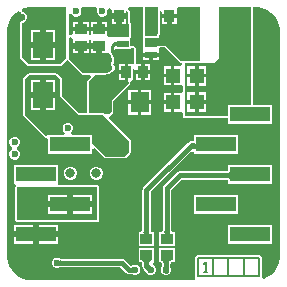
<source format=gtl>
G04*
G04 #@! TF.GenerationSoftware,Altium Limited,Altium Designer,25.8.1 (18)*
G04*
G04 Layer_Physical_Order=1*
G04 Layer_Color=255*
%FSLAX44Y44*%
%MOMM*%
G71*
G04*
G04 #@! TF.SameCoordinates,A3A1C001-1370-45B5-99AB-5CE8E6626C48*
G04*
G04*
G04 #@! TF.FilePolarity,Positive*
G04*
G01*
G75*
%ADD10C,0.2540*%
%ADD14R,3.4300X1.2700*%
%ADD15R,1.0000X0.5500*%
%ADD16R,1.5000X4.2000*%
%ADD17R,1.8000X2.2500*%
%ADD18R,1.6500X1.8000*%
%ADD19R,1.0000X0.9000*%
%ADD20R,0.9000X1.0000*%
%ADD21R,1.2000X1.3000*%
%ADD22C,0.4000*%
%ADD23C,0.1500*%
%ADD24C,0.6000*%
%ADD25C,0.8000*%
G36*
X168000Y190000D02*
X152000D01*
X139000Y203000D01*
X121000D01*
Y209750D01*
X133000D01*
Y211791D01*
X133148Y211852D01*
X133624Y213000D01*
Y221500D01*
X134000D01*
Y232993D01*
X134000D01*
X136000Y231556D01*
Y230000D01*
X142000D01*
X148000D01*
Y233666D01*
X148000Y234500D01*
X149517Y235666D01*
X168000D01*
Y190000D01*
D02*
G37*
G36*
X80819Y233666D02*
X80500Y232895D01*
Y231105D01*
X81185Y229451D01*
X82451Y228185D01*
X84105Y227500D01*
X85895D01*
X87549Y228185D01*
X88815Y229451D01*
X89500Y231105D01*
Y232895D01*
X89488Y232923D01*
X90647Y234813D01*
X91491Y234853D01*
X92999Y233274D01*
Y230499D01*
X98999D01*
X104999D01*
Y232993D01*
X104999D01*
X106999Y231556D01*
Y221499D01*
X107500D01*
Y210000D01*
X90587D01*
X89001Y210999D01*
X89001Y212000D01*
Y214999D01*
X76001D01*
Y212318D01*
X74752Y211595D01*
X73500Y212320D01*
Y215000D01*
X67000D01*
X60500D01*
Y213035D01*
X60476Y212976D01*
X60019Y212412D01*
X58630Y211524D01*
X58630D01*
X58212Y211764D01*
X57000Y212738D01*
Y229500D01*
X59000Y229898D01*
X59185Y229451D01*
X60451Y228185D01*
X62105Y227500D01*
X63895D01*
X65549Y228185D01*
X66815Y229451D01*
X67500Y231105D01*
Y232895D01*
X67181Y233666D01*
X68311Y235666D01*
X79689D01*
X80819Y233666D01*
D02*
G37*
G36*
X132000Y213000D02*
X121000D01*
Y235666D01*
X132000D01*
Y213000D01*
D02*
G37*
G36*
X97530Y201960D02*
X97505Y202201D01*
X97429Y202417D01*
X97302Y202608D01*
X97124Y202773D01*
X96896Y202913D01*
X96616Y203027D01*
X96286Y203116D01*
X95905Y203179D01*
X95473Y203217D01*
X94991Y203230D01*
Y205770D01*
X95473Y205783D01*
X95905Y205821D01*
X96286Y205884D01*
X96616Y205973D01*
X96896Y206087D01*
X97124Y206227D01*
X97302Y206392D01*
X97429Y206583D01*
X97505Y206799D01*
X97530Y207040D01*
Y201960D01*
D02*
G37*
G36*
X25403Y235666D02*
X25404D01*
X25404D01*
X54344D01*
Y192344D01*
X49000Y187000D01*
X23000D01*
X17500Y192500D01*
Y222500D01*
X17895D01*
X19549Y223185D01*
X20815Y224451D01*
X21500Y226105D01*
Y227895D01*
X20815Y229549D01*
X19549Y230815D01*
X17895Y231500D01*
X17500D01*
Y234129D01*
X19255Y234856D01*
X23325Y235666D01*
X25403Y235666D01*
D02*
G37*
G36*
X60500Y208739D02*
X60500Y208000D01*
Y205500D01*
X67000D01*
X73500D01*
Y207682D01*
X74749Y208405D01*
X76001Y207680D01*
Y205499D01*
X82501D01*
Y202999D01*
X85001D01*
Y196999D01*
X88734D01*
X89001Y196999D01*
X90847Y196628D01*
X90891Y196407D01*
X91503Y195491D01*
X92500Y194494D01*
Y182500D01*
X90500Y180500D01*
X90105D01*
X88898Y180000D01*
X69000D01*
X57000Y192000D01*
Y209507D01*
X58881Y209920D01*
X60500Y208739D01*
D02*
G37*
G36*
X112000Y187500D02*
X107000D01*
Y180500D01*
Y172914D01*
X107500Y171500D01*
X93000Y157000D01*
Y147000D01*
X91000Y145000D01*
X87296D01*
X87148Y145148D01*
X86000Y145624D01*
X74000D01*
X74000Y173000D01*
X79376Y178376D01*
X88898D01*
X89196Y178500D01*
X89519D01*
X90428Y178876D01*
X90500D01*
X91648Y179352D01*
X91796Y179500D01*
X91895D01*
X93549Y180185D01*
X94815Y181451D01*
X95500Y183104D01*
Y184895D01*
X94815Y186549D01*
X94124Y187240D01*
Y187679D01*
X94734Y188290D01*
X95420Y189944D01*
Y191734D01*
X94734Y193388D01*
X94124Y193999D01*
Y194494D01*
X94000Y194792D01*
Y198543D01*
X95500Y199750D01*
X109500D01*
Y201000D01*
X112000D01*
Y187500D01*
D02*
G37*
G36*
X211000Y152480D02*
X191660D01*
Y143000D01*
X155000D01*
Y188000D01*
X180000D01*
X184000Y192000D01*
Y235666D01*
X211000D01*
Y152480D01*
D02*
G37*
G36*
X220745Y234856D02*
X224578Y233268D01*
X228029Y230963D01*
X230963Y228029D01*
X233268Y224578D01*
X234856Y220745D01*
X235666Y216675D01*
Y214600D01*
Y25400D01*
Y23325D01*
X234856Y19255D01*
X233268Y15422D01*
X230963Y11971D01*
X228029Y9037D01*
X224578Y6732D01*
X221796Y5579D01*
X221185Y5959D01*
X220212Y7088D01*
X220294Y7500D01*
Y23500D01*
X220119Y24378D01*
X219622Y25122D01*
X218878Y25619D01*
X218000Y25794D01*
X166000D01*
X165122Y25619D01*
X164378Y25122D01*
X163881Y24378D01*
X163706Y23500D01*
Y7500D01*
X163881Y6622D01*
X164054Y6363D01*
X163448Y4714D01*
X163168Y4363D01*
X23264Y4442D01*
X21528Y4601D01*
X17770Y5668D01*
X14272Y7407D01*
X11154Y9759D01*
X8521Y12645D01*
X6464Y15965D01*
X5052Y19607D01*
X4334Y23447D01*
Y25400D01*
Y214600D01*
Y216675D01*
X5144Y220745D01*
X6732Y224578D01*
X9037Y228029D01*
X11971Y230963D01*
X13876Y232236D01*
X15348Y231694D01*
X15984Y231239D01*
X16352Y230352D01*
X17500Y229876D01*
X17572D01*
X18629Y229438D01*
X19439Y228629D01*
X19876Y227572D01*
Y226428D01*
X19439Y225371D01*
X18629Y224562D01*
X17572Y224124D01*
X17500D01*
X16352Y223648D01*
X15876Y222500D01*
Y192500D01*
X16352Y191352D01*
X21852Y185852D01*
X23000Y185376D01*
X49000D01*
X50148Y185852D01*
X54193Y189897D01*
X55845Y190848D01*
X56807Y189897D01*
X67852Y178852D01*
X69000Y178376D01*
X74467D01*
X75233Y176529D01*
X72852Y174148D01*
X72376Y173000D01*
X72376Y145624D01*
X65672D01*
X50624Y160672D01*
Y174897D01*
X50148Y176045D01*
X47045Y179148D01*
X45897Y179624D01*
X23000Y179624D01*
X21852Y179148D01*
X18852Y176148D01*
X18376Y175000D01*
X18376Y144000D01*
X18852Y142852D01*
X36342Y125362D01*
X36619Y125247D01*
X36825Y125029D01*
X37170Y125019D01*
X37490Y124886D01*
X39158Y124240D01*
X39490Y124011D01*
Y111570D01*
X76790D01*
Y115801D01*
X78638Y116566D01*
X87352Y107852D01*
X88500Y107376D01*
X104000D01*
X105148Y107852D01*
X108648Y111352D01*
X109124Y112500D01*
Y122500D01*
X108648Y123648D01*
X90767Y141529D01*
X91529Y143596D01*
X92148Y143852D01*
X92797Y144501D01*
X93001D01*
Y144705D01*
X94148Y145852D01*
X94624Y147000D01*
Y156327D01*
X108648Y170352D01*
X108756Y170612D01*
X108965Y170800D01*
X108984Y171164D01*
X109124Y171500D01*
X109016Y171760D01*
X109031Y172041D01*
X110383Y174000D01*
X111500D01*
Y183521D01*
X111500D01*
X113500Y182174D01*
Y182000D01*
X118000D01*
Y187000D01*
X115471D01*
X113624Y187500D01*
X113624Y188788D01*
Y201000D01*
X113148Y202148D01*
X112000Y202624D01*
X109500D01*
X109000Y202958D01*
Y208750D01*
X109000Y208750D01*
X109124Y210000D01*
X109124Y210699D01*
Y221499D01*
X108648Y222647D01*
X108623Y222658D01*
Y231556D01*
X108570Y231684D01*
X108602Y231818D01*
X108338Y232243D01*
X108147Y232704D01*
X108020Y232757D01*
X107947Y232874D01*
X106845Y233666D01*
X107490Y235666D01*
X119376D01*
Y213000D01*
X119852Y211852D01*
X119852Y210898D01*
X119376Y209750D01*
Y203000D01*
X119852Y201852D01*
X120000Y201791D01*
X120000Y199750D01*
X120000Y198250D01*
Y196500D01*
X126500D01*
X133000D01*
X133000Y199962D01*
X134414Y201376D01*
X138328D01*
X150852Y188852D01*
X152000Y188376D01*
X152027D01*
X152221Y188121D01*
X152383Y187445D01*
X151877Y186467D01*
X150865Y185500D01*
X146250D01*
Y177500D01*
Y169500D01*
X151376D01*
X152250Y169500D01*
X153376Y167967D01*
Y164533D01*
X152250Y163000D01*
X151376Y163000D01*
X146250D01*
Y155000D01*
Y147000D01*
X151376D01*
X152250Y147000D01*
X153376Y145467D01*
Y143000D01*
X153852Y141852D01*
X155000Y141376D01*
X191660D01*
Y136780D01*
X228960D01*
Y152480D01*
X212624D01*
Y235666D01*
X216675D01*
X220745Y234856D01*
D02*
G37*
G36*
X49000Y174897D02*
Y160000D01*
X65000Y144000D01*
X86000D01*
X107500Y122500D01*
Y112500D01*
X104000Y109000D01*
X88500D01*
X76790Y120710D01*
Y127270D01*
X59152D01*
X58660Y128832D01*
X58634Y129270D01*
X59815Y130451D01*
X60500Y132105D01*
Y133895D01*
X59815Y135549D01*
X58549Y136815D01*
X56895Y137500D01*
X55105D01*
X53451Y136815D01*
X52185Y135549D01*
X51500Y133895D01*
Y132105D01*
X52185Y130451D01*
X53366Y129270D01*
X53340Y128832D01*
X52848Y127270D01*
X39490D01*
Y127270D01*
X37490Y126510D01*
X20000Y144000D01*
X20000Y175000D01*
X23000Y178000D01*
X45897Y178000D01*
X49000Y174897D01*
D02*
G37*
%LPC*%
G36*
X148000Y226000D02*
X144000D01*
Y221500D01*
X148000D01*
Y226000D01*
D02*
G37*
G36*
X140000D02*
X136000D01*
Y221500D01*
X140000D01*
Y226000D01*
D02*
G37*
G36*
X104999Y225499D02*
X101499D01*
Y221499D01*
X104999D01*
Y225499D01*
D02*
G37*
G36*
X96499D02*
X92999D01*
Y221499D01*
X96499D01*
Y225499D01*
D02*
G37*
G36*
X73500Y223000D02*
X69000D01*
Y219000D01*
X73500D01*
Y223000D01*
D02*
G37*
G36*
X65000D02*
X60500D01*
Y219000D01*
X65000D01*
Y223000D01*
D02*
G37*
G36*
X89001Y222999D02*
X84501D01*
Y218999D01*
X89001D01*
Y222999D01*
D02*
G37*
G36*
X80501D02*
X76001D01*
Y218999D01*
X80501D01*
Y222999D01*
D02*
G37*
G36*
X45500Y216586D02*
X37500D01*
Y206336D01*
X45500D01*
Y216586D01*
D02*
G37*
G36*
X32500D02*
X24500D01*
Y206336D01*
X32500D01*
Y216586D01*
D02*
G37*
G36*
X45500Y201336D02*
X37500D01*
Y191086D01*
X45500D01*
Y201336D01*
D02*
G37*
G36*
X32500D02*
X24500D01*
Y191086D01*
X32500D01*
Y201336D01*
D02*
G37*
G36*
X73500Y200500D02*
X69500D01*
Y197000D01*
X73500D01*
Y200500D01*
D02*
G37*
G36*
X64500D02*
X60500D01*
Y197000D01*
X64500D01*
Y200500D01*
D02*
G37*
G36*
X80001Y200499D02*
X76001D01*
Y196999D01*
X80001D01*
Y200499D01*
D02*
G37*
G36*
X104000Y187500D02*
X99000D01*
Y182000D01*
X104000D01*
Y187500D01*
D02*
G37*
G36*
Y179000D02*
X99000D01*
Y173500D01*
X104000D01*
Y179000D01*
D02*
G37*
G36*
X173250Y186000D02*
X166750D01*
Y179000D01*
X173250D01*
Y186000D01*
D02*
G37*
G36*
X163750D02*
X157250D01*
Y179000D01*
X163750D01*
Y186000D01*
D02*
G37*
G36*
X173250Y176000D02*
X166750D01*
Y169000D01*
X173250D01*
Y176000D01*
D02*
G37*
G36*
X163750D02*
X157250D01*
Y169000D01*
X163750D01*
Y176000D01*
D02*
G37*
G36*
X173250Y163500D02*
X166750D01*
Y156500D01*
X173250D01*
Y163500D01*
D02*
G37*
G36*
X163750D02*
X157250D01*
Y156500D01*
X163750D01*
Y163500D01*
D02*
G37*
G36*
X173250Y153500D02*
X166750D01*
Y146500D01*
X173250D01*
Y153500D01*
D02*
G37*
G36*
X163750D02*
X157250D01*
Y146500D01*
X163750D01*
Y153500D01*
D02*
G37*
G36*
X133000Y193500D02*
X128000D01*
Y190750D01*
X133000D01*
Y193500D01*
D02*
G37*
G36*
X125000D02*
X120000D01*
Y190750D01*
X125000D01*
Y193500D01*
D02*
G37*
G36*
X125500Y187000D02*
X121000D01*
Y182000D01*
X125500D01*
Y187000D01*
D02*
G37*
G36*
X143250Y185500D02*
X137250D01*
Y179000D01*
X143250D01*
Y185500D01*
D02*
G37*
G36*
X125500Y179000D02*
X121000D01*
Y174000D01*
X125500D01*
Y179000D01*
D02*
G37*
G36*
X118000D02*
X113500D01*
Y174000D01*
X118000D01*
Y179000D01*
D02*
G37*
G36*
X143250Y176000D02*
X137250D01*
Y169500D01*
X143250D01*
Y176000D01*
D02*
G37*
G36*
X126501Y165501D02*
X118251D01*
Y156501D01*
X126501D01*
Y165501D01*
D02*
G37*
G36*
X115251D02*
X107001D01*
Y156501D01*
X115251D01*
Y165501D01*
D02*
G37*
G36*
X143250Y163000D02*
X137250D01*
Y156500D01*
X143250D01*
Y163000D01*
D02*
G37*
G36*
Y153500D02*
X137250D01*
Y147000D01*
X143250D01*
Y153500D01*
D02*
G37*
G36*
X126501Y153501D02*
X118251D01*
Y144501D01*
X126501D01*
Y153501D01*
D02*
G37*
G36*
X115251D02*
X107001D01*
Y144501D01*
X115251D01*
Y153501D01*
D02*
G37*
G36*
X199760Y127080D02*
X162460D01*
Y122324D01*
X162396Y122209D01*
X162384Y122202D01*
X162183Y122127D01*
X161866Y122049D01*
X161443Y121984D01*
X160918Y121942D01*
X160264Y121926D01*
X160009Y121813D01*
X158938Y121600D01*
X157780Y120827D01*
X119976Y83023D01*
X119202Y81865D01*
X118931Y80499D01*
Y48135D01*
X118876Y48013D01*
X118857Y47303D01*
X118807Y46736D01*
X118731Y46276D01*
X118638Y45931D01*
X118546Y45706D01*
X118482Y45601D01*
X118329Y45585D01*
X118174Y45501D01*
X115999D01*
Y33501D01*
X128999D01*
Y45501D01*
X126824D01*
X126669Y45585D01*
X126517Y45601D01*
X126453Y45706D01*
X126361Y45931D01*
X126268Y46276D01*
X126191Y46736D01*
X126141Y47303D01*
X126122Y48013D01*
X126068Y48135D01*
Y79021D01*
X160460Y113413D01*
X162460Y112585D01*
Y111380D01*
X199760D01*
Y127080D01*
D02*
G37*
G36*
X11895Y125500D02*
X10105D01*
X8451Y124815D01*
X7185Y123549D01*
X6500Y121895D01*
Y120105D01*
X7185Y118451D01*
X8451Y117185D01*
X8699Y117082D01*
Y114918D01*
X8451Y114815D01*
X7185Y113549D01*
X6500Y111895D01*
Y110105D01*
X7185Y108451D01*
X8451Y107185D01*
X10105Y106500D01*
X11895D01*
X13549Y107185D01*
X14815Y108451D01*
X15500Y110105D01*
Y111895D01*
X14815Y113549D01*
X13549Y114815D01*
X13301Y114918D01*
Y117082D01*
X13549Y117185D01*
X14815Y118451D01*
X15500Y120105D01*
Y121895D01*
X14815Y123549D01*
X13549Y124815D01*
X11895Y125500D01*
D02*
G37*
G36*
X81094Y100500D02*
X78906D01*
X76884Y99663D01*
X75337Y98116D01*
X74500Y96094D01*
Y93906D01*
X75337Y91884D01*
X76884Y90337D01*
X78906Y89500D01*
X81094D01*
X83116Y90337D01*
X84663Y91884D01*
X85500Y93906D01*
Y96094D01*
X84663Y98116D01*
X83116Y99663D01*
X81094Y100500D01*
D02*
G37*
G36*
X59094D02*
X56906D01*
X54885Y99663D01*
X53337Y98116D01*
X52500Y96094D01*
Y93906D01*
X53337Y91884D01*
X54885Y90337D01*
X56906Y89500D01*
X59094D01*
X61115Y90337D01*
X62663Y91884D01*
X63500Y93906D01*
Y96094D01*
X62663Y98116D01*
X61115Y99663D01*
X59094Y100500D01*
D02*
G37*
G36*
X228960Y101680D02*
X191660D01*
Y97325D01*
X191576Y97170D01*
X191560Y97017D01*
X191455Y96953D01*
X191230Y96861D01*
X190885Y96768D01*
X190425Y96692D01*
X189858Y96642D01*
X189148Y96623D01*
X189025Y96569D01*
X151000D01*
X149634Y96297D01*
X148477Y95523D01*
X137476Y84522D01*
X136702Y83365D01*
X136431Y81999D01*
Y48135D01*
X136376Y48013D01*
X136357Y47303D01*
X136307Y46736D01*
X136231Y46276D01*
X136138Y45931D01*
X136046Y45706D01*
X135982Y45601D01*
X135829Y45585D01*
X135674Y45501D01*
X133499D01*
Y33501D01*
X146499D01*
Y45501D01*
X144324D01*
X144169Y45585D01*
X144017Y45601D01*
X143953Y45706D01*
X143861Y45931D01*
X143768Y46276D01*
X143691Y46736D01*
X143641Y47303D01*
X143622Y48013D01*
X143568Y48135D01*
Y80521D01*
X152478Y89431D01*
X189026D01*
X189148Y89377D01*
X189858Y89358D01*
X190425Y89308D01*
X190885Y89232D01*
X191230Y89139D01*
X191455Y89047D01*
X191560Y88983D01*
X191576Y88830D01*
X191660Y88675D01*
Y85980D01*
X228960D01*
Y101680D01*
D02*
G37*
G36*
X199760Y76280D02*
X162460D01*
Y60580D01*
X199760D01*
Y76280D01*
D02*
G37*
G36*
X47590Y101870D02*
X10290D01*
Y86170D01*
X11507D01*
X11905Y84170D01*
X11852Y84148D01*
X11376Y83000D01*
Y55000D01*
X11852Y53852D01*
X13000Y53376D01*
X81000D01*
X82148Y53852D01*
X82624Y55000D01*
Y83000D01*
X82148Y84148D01*
X81000Y84624D01*
X48685D01*
X47590Y86170D01*
X47590Y86624D01*
Y101870D01*
D02*
G37*
G36*
Y51070D02*
X31440D01*
Y45720D01*
X47590D01*
Y51070D01*
D02*
G37*
G36*
X26440D02*
X10290D01*
Y45720D01*
X26440D01*
Y51070D01*
D02*
G37*
G36*
X47590Y40720D02*
X31440D01*
Y35370D01*
X47590D01*
Y40720D01*
D02*
G37*
G36*
X26440D02*
X10290D01*
Y35370D01*
X26440D01*
Y40720D01*
D02*
G37*
G36*
X228960Y50880D02*
X191660D01*
Y35180D01*
X228960D01*
Y50880D01*
D02*
G37*
G36*
X128999Y31501D02*
X115999D01*
Y19501D01*
X118174D01*
X118329Y19417D01*
X118482Y19401D01*
X118546Y19296D01*
X118638Y19071D01*
X118731Y18726D01*
X118807Y18266D01*
X118857Y17699D01*
X118876Y16989D01*
X118931Y16866D01*
Y16501D01*
X119202Y15135D01*
X119976Y13977D01*
X120526Y13427D01*
X120581Y13295D01*
X120810Y13064D01*
X121479Y12363D01*
X121500Y12339D01*
Y12105D01*
X122185Y10451D01*
X123451Y9185D01*
X125105Y8500D01*
X126895D01*
X128549Y9185D01*
X129815Y10451D01*
X130500Y12105D01*
Y13895D01*
X129815Y15549D01*
X128549Y16815D01*
X128323Y16908D01*
X128091Y17501D01*
X128999Y19501D01*
X128999D01*
Y31501D01*
D02*
G37*
G36*
X47895Y23500D02*
X46105D01*
X44451Y22815D01*
X43185Y21549D01*
X42500Y19895D01*
Y18105D01*
X43185Y16451D01*
X44451Y15185D01*
X46105Y14500D01*
X47895D01*
X49549Y15185D01*
X49666Y15302D01*
X51122Y15379D01*
X51232Y15431D01*
X100522D01*
X105477Y10477D01*
X106634Y9703D01*
X108000Y9431D01*
X108827D01*
X108959Y9376D01*
X109285Y9376D01*
X110254Y9353D01*
X110286Y9350D01*
X110451Y9185D01*
X112105Y8500D01*
X113895D01*
X115549Y9185D01*
X116815Y10451D01*
X117500Y12105D01*
Y13895D01*
X116815Y15549D01*
X115549Y16815D01*
X113895Y17500D01*
X112105D01*
X110451Y16815D01*
X110334Y16698D01*
X109398Y16649D01*
X104523Y21523D01*
X103366Y22297D01*
X102000Y22569D01*
X51172D01*
X51041Y22624D01*
X50715Y22624D01*
X49746Y22647D01*
X49714Y22650D01*
X49549Y22815D01*
X47895Y23500D01*
D02*
G37*
G36*
X146499Y31501D02*
X133499D01*
Y19501D01*
X134866D01*
X135021Y19417D01*
X135174Y19401D01*
X135238Y19296D01*
X135330Y19071D01*
X135423Y18726D01*
X135499Y18266D01*
X135550Y17699D01*
X135565Y17098D01*
X135545Y16106D01*
X135528Y15892D01*
X135185Y15549D01*
X134500Y13895D01*
Y12105D01*
X135185Y10451D01*
X136451Y9185D01*
X138105Y8500D01*
X138655D01*
X139000Y8431D01*
X139345Y8500D01*
X139895D01*
X141549Y9185D01*
X142815Y10451D01*
X143500Y12105D01*
Y13895D01*
X142846Y15474D01*
X142815Y16885D01*
X142792Y16937D01*
X142814Y16989D01*
X142833Y17699D01*
X142883Y18266D01*
X142960Y18726D01*
X143053Y19071D01*
X143145Y19296D01*
X143209Y19401D01*
X143361Y19417D01*
X143516Y19501D01*
X146499D01*
Y31501D01*
D02*
G37*
%LPD*%
G36*
X163990Y114616D02*
X163954Y114937D01*
X163843Y115223D01*
X163659Y115476D01*
X163400Y115696D01*
X163069Y115881D01*
X162663Y116033D01*
X162184Y116151D01*
X161631Y116236D01*
X161004Y116286D01*
X160303Y116303D01*
Y120303D01*
X161004Y120320D01*
X161631Y120371D01*
X162184Y120455D01*
X162663Y120573D01*
X163069Y120725D01*
X163400Y120911D01*
X163659Y121130D01*
X163843Y121383D01*
X163954Y121670D01*
X163990Y121990D01*
Y114616D01*
D02*
G37*
G36*
X124519Y47210D02*
X124579Y46530D01*
X124679Y45930D01*
X124819Y45410D01*
X124999Y44970D01*
X125219Y44610D01*
X125479Y44330D01*
X125779Y44130D01*
X126119Y44010D01*
X126499Y43970D01*
X118499D01*
X118879Y44010D01*
X119219Y44130D01*
X119519Y44330D01*
X119779Y44610D01*
X119999Y44970D01*
X120179Y45410D01*
X120319Y45930D01*
X120419Y46530D01*
X120479Y47210D01*
X120499Y47970D01*
X124499D01*
X124519Y47210D01*
D02*
G37*
G36*
X193190Y89000D02*
X193151Y89380D01*
X193030Y89720D01*
X192831Y90020D01*
X192551Y90280D01*
X192190Y90500D01*
X191751Y90680D01*
X191231Y90820D01*
X190630Y90920D01*
X189951Y90980D01*
X189191Y91000D01*
Y95000D01*
X189951Y95020D01*
X190630Y95080D01*
X191231Y95180D01*
X191751Y95320D01*
X192190Y95500D01*
X192551Y95720D01*
X192831Y95980D01*
X193030Y96280D01*
X193151Y96620D01*
X193190Y97000D01*
Y89000D01*
D02*
G37*
G36*
X142019Y47210D02*
X142079Y46530D01*
X142179Y45930D01*
X142319Y45410D01*
X142499Y44970D01*
X142719Y44610D01*
X142979Y44330D01*
X143279Y44130D01*
X143619Y44010D01*
X143999Y43970D01*
X135999D01*
X136379Y44010D01*
X136719Y44130D01*
X137019Y44330D01*
X137279Y44610D01*
X137499Y44970D01*
X137679Y45410D01*
X137819Y45930D01*
X137919Y46530D01*
X137979Y47210D01*
X137999Y47970D01*
X141999D01*
X142019Y47210D01*
D02*
G37*
G36*
X81000Y55000D02*
X13000D01*
Y83000D01*
X81000D01*
Y55000D01*
D02*
G37*
%LPC*%
G36*
X76790Y76470D02*
X60640D01*
Y71120D01*
X76790D01*
Y76470D01*
D02*
G37*
G36*
X55640D02*
X39490D01*
Y71120D01*
X55640D01*
Y76470D01*
D02*
G37*
G36*
X76790Y66120D02*
X60640D01*
Y60770D01*
X76790D01*
Y66120D01*
D02*
G37*
G36*
X55640D02*
X39490D01*
Y60770D01*
X55640D01*
Y66120D01*
D02*
G37*
%LPD*%
G36*
X126119Y20991D02*
X125779Y20871D01*
X125479Y20671D01*
X125219Y20391D01*
X124999Y20031D01*
X124819Y19591D01*
X124679Y19071D01*
X124579Y18471D01*
X124519Y17791D01*
X124504Y17212D01*
X124560Y17268D01*
X125970Y16000D01*
X123000Y13030D01*
X122988Y13069D01*
X122950Y13131D01*
X122887Y13216D01*
X122684Y13452D01*
X121973Y14197D01*
X121732Y14440D01*
X124324Y17031D01*
X120499D01*
X120479Y17791D01*
X120419Y18471D01*
X120319Y19071D01*
X120179Y19591D01*
X119999Y20031D01*
X119779Y20391D01*
X119519Y20671D01*
X119219Y20871D01*
X118879Y20991D01*
X118499Y21031D01*
X126499D01*
X126119Y20991D01*
D02*
G37*
G36*
X49179Y21081D02*
X49250Y21064D01*
X49354Y21049D01*
X49665Y21025D01*
X50694Y21001D01*
X51036Y21000D01*
Y17000D01*
X49142Y16900D01*
Y21100D01*
X49179Y21081D01*
D02*
G37*
G36*
X110858Y10900D02*
X110821Y10919D01*
X110751Y10936D01*
X110646Y10951D01*
X110335Y10975D01*
X109306Y10999D01*
X108964Y11000D01*
Y15000D01*
X110858Y15100D01*
Y10900D01*
D02*
G37*
G36*
X142811Y20991D02*
X142471Y20871D01*
X142171Y20671D01*
X141911Y20391D01*
X141691Y20031D01*
X141511Y19591D01*
X141371Y19071D01*
X141271Y18471D01*
X141211Y17791D01*
X141191Y17031D01*
X139074D01*
X141191Y16849D01*
X141232Y15004D01*
X137041Y15272D01*
X137070Y15315D01*
X137095Y15390D01*
X137118Y15499D01*
X137137Y15642D01*
X137167Y16026D01*
X137189Y17103D01*
X137171Y17791D01*
X137111Y18471D01*
X137011Y19071D01*
X136871Y19591D01*
X136691Y20031D01*
X136471Y20391D01*
X136211Y20671D01*
X135911Y20871D01*
X135571Y20991D01*
X135191Y21031D01*
X143191D01*
X142811Y20991D01*
D02*
G37*
%LPC*%
G36*
X45500Y173914D02*
X37500D01*
Y163664D01*
X45500D01*
Y173914D01*
D02*
G37*
G36*
X32500D02*
X24500D01*
Y163664D01*
X32500D01*
Y173914D01*
D02*
G37*
G36*
X45500Y158664D02*
X37500D01*
Y148414D01*
X45500D01*
Y158664D01*
D02*
G37*
G36*
X32500D02*
X24500D01*
Y148414D01*
X32500D01*
Y158664D01*
D02*
G37*
%LPD*%
D10*
X93500Y197488D02*
Y203012D01*
X94988Y196000D02*
X101500D01*
X102500Y195000D01*
X93500Y197488D02*
X94988Y196000D01*
Y204500D02*
X102500D01*
X93500Y203012D02*
X94988Y204500D01*
D14*
X210310Y144630D02*
D03*
X181110Y119230D02*
D03*
X210310Y93830D02*
D03*
X181110Y68430D02*
D03*
X210310Y43030D02*
D03*
X58140Y119420D02*
D03*
X28940Y94020D02*
D03*
X58140Y68620D02*
D03*
X28940Y43220D02*
D03*
D15*
X126500Y204500D02*
D03*
X102500Y195000D02*
D03*
X126500D02*
D03*
Y214000D02*
D03*
X102500D02*
D03*
Y204500D02*
D03*
D16*
X159500Y212500D02*
D03*
X195500D02*
D03*
D17*
X35000Y161164D02*
D03*
Y203836D02*
D03*
D18*
X83251Y155001D02*
D03*
X116751D02*
D03*
D19*
X139999Y25501D02*
D03*
Y39501D02*
D03*
X67000Y217000D02*
D03*
Y203000D02*
D03*
X82501Y216999D02*
D03*
Y202999D02*
D03*
X122499Y25501D02*
D03*
Y39501D02*
D03*
D20*
X142000Y228000D02*
D03*
X128000D02*
D03*
X119500Y180500D02*
D03*
X105500D02*
D03*
X112999Y227999D02*
D03*
X98999D02*
D03*
D21*
X144750Y155000D02*
D03*
X165250D02*
D03*
X144750Y177500D02*
D03*
X165250D02*
D03*
D22*
X160303Y118303D02*
X181963D01*
X122499Y80499D02*
X160303Y118303D01*
X181963D02*
X182270Y118610D01*
X122499Y39501D02*
Y80499D01*
X108000Y13000D02*
X113000D01*
X102000Y19000D02*
X108000Y13000D01*
X47000Y19000D02*
X102000D01*
X122499Y16501D02*
X126000Y13000D01*
X151000Y93000D02*
X205260D01*
X205470Y93210D01*
X139999Y81999D02*
X151000Y93000D01*
X139999Y39501D02*
Y81999D01*
X127250Y227250D02*
X128000Y228000D01*
X127250Y214750D02*
Y227250D01*
X126500Y214000D02*
X127250Y214750D01*
X139191Y24693D02*
X139999Y25501D01*
X139191Y12191D02*
Y24693D01*
X139000Y12000D02*
X139191Y12191D01*
X122499Y16501D02*
Y25501D01*
D23*
X171250Y11500D02*
X173916D01*
X172583D01*
Y19497D01*
X171250Y18165D01*
X166000Y7500D02*
X218000D01*
X166000Y23500D02*
X218000D01*
X179000Y7500D02*
Y23500D01*
X218000Y7500D02*
Y23500D01*
X192000Y7500D02*
Y23500D01*
X205000Y7500D02*
Y23500D01*
X166000Y7500D02*
Y23500D01*
D24*
X11000Y111000D02*
D03*
Y121000D02*
D03*
X8000Y162000D02*
D03*
X47000Y19000D02*
D03*
X113000Y13000D02*
D03*
X88000Y10000D02*
D03*
X126000Y13000D02*
D03*
X132000Y183000D02*
D03*
X90920Y190839D02*
D03*
X184000Y104000D02*
D03*
X227000Y79000D02*
D03*
X85000Y232000D02*
D03*
X226000Y16000D02*
D03*
X158000Y10000D02*
D03*
X31000Y29000D02*
D03*
X22000Y10000D02*
D03*
X114000Y207000D02*
D03*
X91000Y169000D02*
D03*
Y176000D02*
D03*
Y184000D02*
D03*
X41000Y106000D02*
D03*
X224000Y164000D02*
D03*
X223000Y225000D02*
D03*
X139000Y13000D02*
D03*
X63000Y232000D02*
D03*
X17000Y227000D02*
D03*
X126000Y98000D02*
D03*
X158000Y57000D02*
D03*
X80000Y49000D02*
D03*
X59000D02*
D03*
X56000Y133000D02*
D03*
X132000Y174000D02*
D03*
Y156000D02*
D03*
X46500Y228500D02*
D03*
X36250D02*
D03*
X26000D02*
D03*
D25*
X31000Y65000D02*
D03*
X21000D02*
D03*
Y77000D02*
D03*
X195000Y176000D02*
D03*
X92500Y114500D02*
D03*
X193000Y161000D02*
D03*
X181000Y154000D02*
D03*
X80000Y95000D02*
D03*
X58000D02*
D03*
X31000Y77000D02*
D03*
X127500Y114500D02*
D03*
X117500D02*
D03*
X102500D02*
D03*
M02*

</source>
